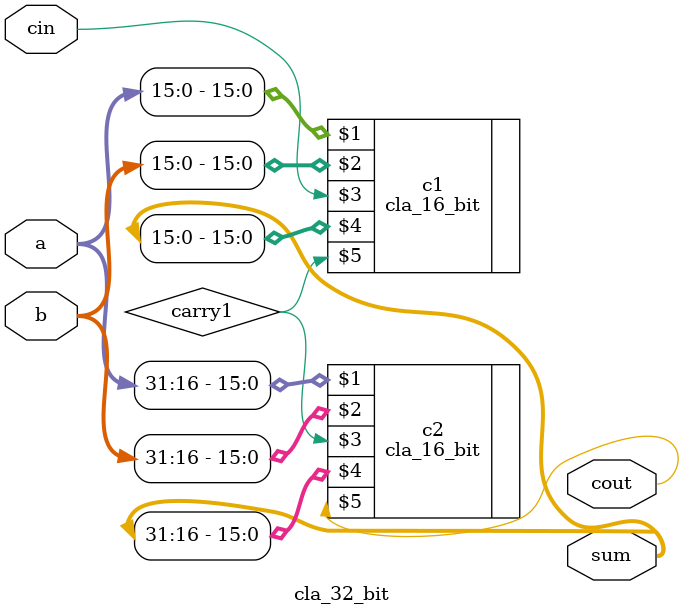
<source format=v>
`timescale 1ns / 1ps
module cla_32_bit(
	 input [31:0] a,
    input [31:0] b,
    input cin,
    output [31:0] sum,
    output cout
    );
	wire carry1;
	cla_16_bit c1(a[15:0],b[15:0],cin,sum[15:0],carry1),
	c2(a[31:16],b[31:16],carry1,sum[31:16],cout);

endmodule

</source>
